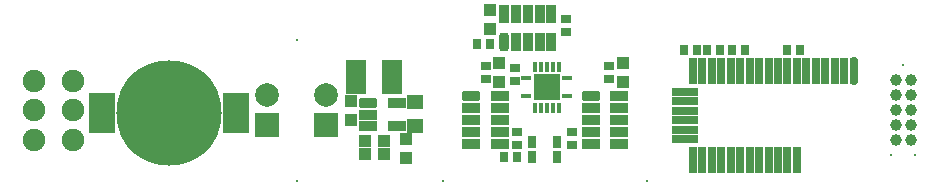
<source format=gts>
G04 Layer_Color=8388736*
%FSLAX25Y25*%
%MOIN*%
G70*
G01*
G75*
%ADD50O,0.01496X0.03740*%
%ADD51O,0.03740X0.01496*%
%ADD52R,0.03740X0.01496*%
%ADD53R,0.08871X0.08871*%
%ADD54C,0.03900*%
%ADD55R,0.06115X0.03359*%
G04:AMPARAMS|DCode=56|XSize=61.15mil|YSize=33.59mil|CornerRadius=10.4mil|HoleSize=0mil|Usage=FLASHONLY|Rotation=0.000|XOffset=0mil|YOffset=0mil|HoleType=Round|Shape=RoundedRectangle|*
%AMROUNDEDRECTD56*
21,1,0.06115,0.01280,0,0,0.0*
21,1,0.04035,0.03359,0,0,0.0*
1,1,0.02080,0.02018,-0.00640*
1,1,0.02080,-0.02018,-0.00640*
1,1,0.02080,-0.02018,0.00640*
1,1,0.02080,0.02018,0.00640*
%
%ADD56ROUNDEDRECTD56*%
%ADD57R,0.02965X0.03910*%
%ADD58R,0.03950X0.03950*%
%ADD59R,0.02769X0.09068*%
%ADD60R,0.09068X0.02769*%
G04:AMPARAMS|DCode=61|XSize=90.68mil|YSize=27.69mil|CornerRadius=8.92mil|HoleSize=0mil|Usage=FLASHONLY|Rotation=270.000|XOffset=0mil|YOffset=0mil|HoleType=Round|Shape=RoundedRectangle|*
%AMROUNDEDRECTD61*
21,1,0.09068,0.00984,0,0,270.0*
21,1,0.07284,0.02769,0,0,270.0*
1,1,0.01784,-0.00492,-0.03642*
1,1,0.01784,-0.00492,0.03642*
1,1,0.01784,0.00492,0.03642*
1,1,0.01784,0.00492,-0.03642*
%
%ADD61ROUNDEDRECTD61*%
%ADD62R,0.08792X0.13320*%
%ADD63C,0.35039*%
%ADD64R,0.07099X0.11430*%
%ADD65R,0.05524X0.04737*%
%ADD66R,0.03950X0.03950*%
%ADD67R,0.03556X0.03162*%
%ADD68R,0.03162X0.03556*%
%ADD69R,0.03359X0.06115*%
G04:AMPARAMS|DCode=70|XSize=61.15mil|YSize=33.59mil|CornerRadius=10.4mil|HoleSize=0mil|Usage=FLASHONLY|Rotation=90.000|XOffset=0mil|YOffset=0mil|HoleType=Round|Shape=RoundedRectangle|*
%AMROUNDEDRECTD70*
21,1,0.06115,0.01280,0,0,90.0*
21,1,0.04035,0.03359,0,0,90.0*
1,1,0.02080,0.00640,0.02018*
1,1,0.02080,0.00640,-0.02018*
1,1,0.02080,-0.00640,-0.02018*
1,1,0.02080,-0.00640,0.02018*
%
%ADD70ROUNDEDRECTD70*%
%ADD71C,0.00800*%
%ADD72C,0.07493*%
%ADD73C,0.07887*%
%ADD74R,0.07887X0.07887*%
%ADD75C,0.03556*%
D50*
X174803Y24606D02*
D03*
X176772D02*
D03*
X178740D02*
D03*
X180709D02*
D03*
X172835D02*
D03*
Y38189D02*
D03*
X180709D02*
D03*
X178740D02*
D03*
X176772D02*
D03*
X174803D02*
D03*
D51*
X183563Y34350D02*
D03*
Y28445D02*
D03*
X169980Y34350D02*
D03*
D52*
Y28445D02*
D03*
D53*
X176772Y31398D02*
D03*
D54*
X293071Y33622D02*
D03*
X298071D02*
D03*
Y28622D02*
D03*
Y23622D02*
D03*
Y13622D02*
D03*
Y18622D02*
D03*
X293071D02*
D03*
Y13622D02*
D03*
Y23622D02*
D03*
Y28622D02*
D03*
D55*
X126772Y18504D02*
D03*
Y25984D02*
D03*
X117323Y22244D02*
D03*
X117323Y18504D02*
D03*
X151575Y12598D02*
D03*
Y16535D02*
D03*
Y20472D02*
D03*
X151575Y24409D02*
D03*
X161024D02*
D03*
Y28346D02*
D03*
Y20472D02*
D03*
Y16535D02*
D03*
Y12598D02*
D03*
X191535Y12598D02*
D03*
Y16535D02*
D03*
Y20472D02*
D03*
X191535Y24409D02*
D03*
X200984D02*
D03*
Y28346D02*
D03*
Y20472D02*
D03*
Y16535D02*
D03*
Y12598D02*
D03*
D56*
X117323Y25984D02*
D03*
X151575Y28346D02*
D03*
X191535Y28346D02*
D03*
D57*
X171870Y13091D02*
D03*
Y8169D02*
D03*
X180098D02*
D03*
Y13091D02*
D03*
D58*
X122638Y9055D02*
D03*
X116142D02*
D03*
X122441Y13484D02*
D03*
X116142D02*
D03*
D59*
X256988Y7087D02*
D03*
X253838D02*
D03*
X260138D02*
D03*
X238090D02*
D03*
X234941D02*
D03*
X228642D02*
D03*
X231791D02*
D03*
X244390D02*
D03*
X241240D02*
D03*
X247539D02*
D03*
X250689D02*
D03*
X225492D02*
D03*
X275886Y36811D02*
D03*
X272736D02*
D03*
X266437D02*
D03*
X269586D02*
D03*
X256988D02*
D03*
X253838D02*
D03*
X260138D02*
D03*
X263287D02*
D03*
X238090D02*
D03*
X234941D02*
D03*
X228642D02*
D03*
X231791D02*
D03*
X244390D02*
D03*
X241240D02*
D03*
X247539D02*
D03*
X250689D02*
D03*
X225492D02*
D03*
D60*
X222933Y14075D02*
D03*
Y29823D02*
D03*
Y20374D02*
D03*
Y17224D02*
D03*
Y23524D02*
D03*
Y26673D02*
D03*
D61*
X279035Y36811D02*
D03*
D62*
X73091Y22638D02*
D03*
X28485D02*
D03*
D63*
X50788D02*
D03*
D64*
X113288Y34843D02*
D03*
X125099D02*
D03*
D65*
X132874Y18406D02*
D03*
Y26280D02*
D03*
D66*
X129823Y7776D02*
D03*
Y14075D02*
D03*
X157677Y57087D02*
D03*
Y50787D02*
D03*
X160925Y39370D02*
D03*
Y33071D02*
D03*
X202067Y39370D02*
D03*
Y33071D02*
D03*
X111614Y20374D02*
D03*
Y26673D02*
D03*
D67*
X166740Y16346D02*
D03*
Y12016D02*
D03*
X183071Y49902D02*
D03*
Y54232D02*
D03*
X166043Y37894D02*
D03*
Y33563D02*
D03*
X185335Y12008D02*
D03*
Y16339D02*
D03*
X197638Y34055D02*
D03*
Y38386D02*
D03*
X156397Y34055D02*
D03*
Y38386D02*
D03*
D68*
X157972Y45768D02*
D03*
X153642D02*
D03*
X166823Y8276D02*
D03*
X162492D02*
D03*
X222441Y43701D02*
D03*
X226772D02*
D03*
X234449Y43701D02*
D03*
X230118D02*
D03*
X238583Y43701D02*
D03*
X242913D02*
D03*
X261319D02*
D03*
X256988D02*
D03*
D69*
X178287Y46457D02*
D03*
X174350D02*
D03*
X170413D02*
D03*
X166476Y46457D02*
D03*
Y55905D02*
D03*
X162539D02*
D03*
X170413D02*
D03*
X174350D02*
D03*
X178287D02*
D03*
D70*
X162539Y46457D02*
D03*
D71*
X295571Y38622D02*
D03*
X299571Y8622D02*
D03*
X291571D02*
D03*
X142323Y0D02*
D03*
X93405D02*
D03*
Y47244D02*
D03*
X210236Y0D02*
D03*
D72*
X18701Y23622D02*
D03*
Y13780D02*
D03*
Y33465D02*
D03*
X5709Y23622D02*
D03*
Y33465D02*
D03*
Y13780D02*
D03*
D73*
X83563Y28622D02*
D03*
X103248D02*
D03*
D74*
X83563Y18622D02*
D03*
X103248D02*
D03*
D75*
X174803Y29429D02*
D03*
X178740D02*
D03*
Y33366D02*
D03*
X174803D02*
D03*
M02*

</source>
